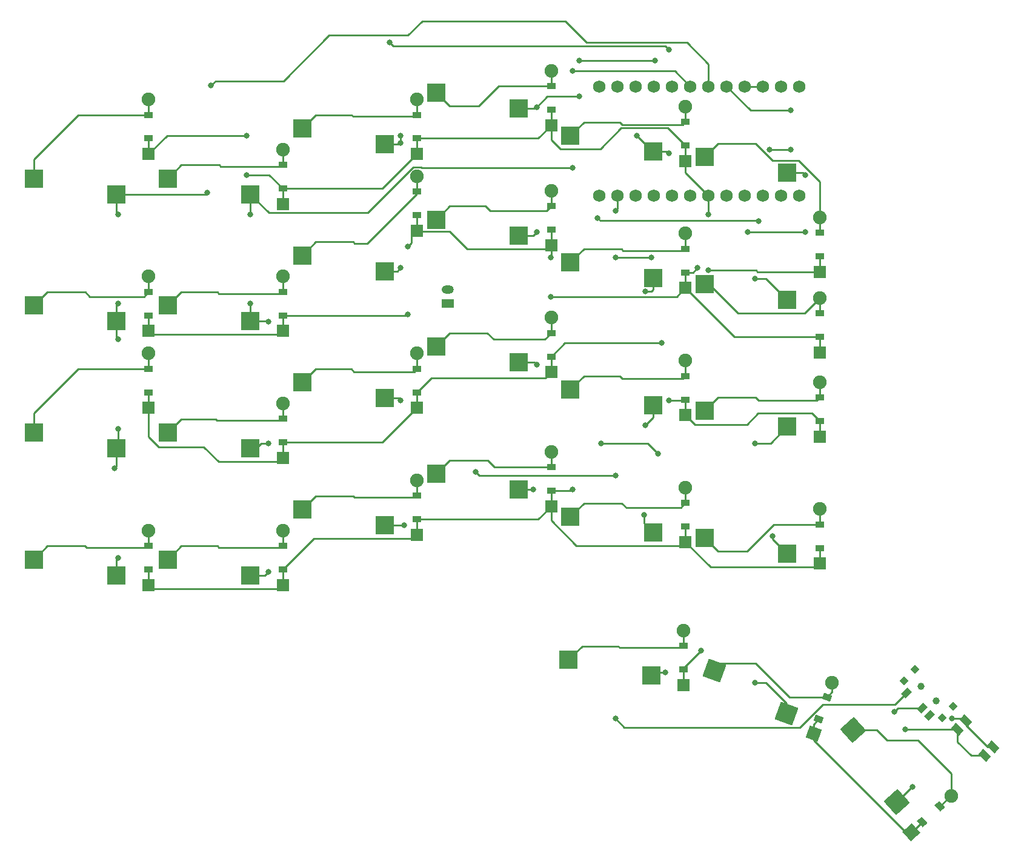
<source format=gbr>
%TF.GenerationSoftware,KiCad,Pcbnew,8.0.7*%
%TF.CreationDate,2024-12-27T12:49:26-06:00*%
%TF.ProjectId,left,6c656674-2e6b-4696-9361-645f70636258,v1.0.0*%
%TF.SameCoordinates,Original*%
%TF.FileFunction,Copper,L2,Bot*%
%TF.FilePolarity,Positive*%
%FSLAX46Y46*%
G04 Gerber Fmt 4.6, Leading zero omitted, Abs format (unit mm)*
G04 Created by KiCad (PCBNEW 8.0.7) date 2024-12-27 12:49:26*
%MOMM*%
%LPD*%
G01*
G04 APERTURE LIST*
G04 Aperture macros list*
%AMRotRect*
0 Rectangle, with rotation*
0 The origin of the aperture is its center*
0 $1 length*
0 $2 width*
0 $3 Rotation angle, in degrees counterclockwise*
0 Add horizontal line*
21,1,$1,$2,0,0,$3*%
G04 Aperture macros list end*
%TA.AperFunction,SMDPad,CuDef*%
%ADD10RotRect,0.900000X0.900000X316.000000*%
%TD*%
%TA.AperFunction,WasherPad*%
%ADD11C,1.000000*%
%TD*%
%TA.AperFunction,SMDPad,CuDef*%
%ADD12RotRect,0.900000X1.250000X316.000000*%
%TD*%
%TA.AperFunction,ComponentPad*%
%ADD13R,1.778000X1.778000*%
%TD*%
%TA.AperFunction,SMDPad,CuDef*%
%ADD14R,1.200000X0.900000*%
%TD*%
%TA.AperFunction,ComponentPad*%
%ADD15C,1.905000*%
%TD*%
%TA.AperFunction,SMDPad,CuDef*%
%ADD16R,2.600000X2.600000*%
%TD*%
%TA.AperFunction,ComponentPad*%
%ADD17C,1.752600*%
%TD*%
%TA.AperFunction,ComponentPad*%
%ADD18RotRect,1.778000X1.778000X42.000000*%
%TD*%
%TA.AperFunction,SMDPad,CuDef*%
%ADD19RotRect,0.900000X1.200000X42.000000*%
%TD*%
%TA.AperFunction,SMDPad,CuDef*%
%ADD20RotRect,1.550000X1.000000X316.000000*%
%TD*%
%TA.AperFunction,SMDPad,CuDef*%
%ADD21RotRect,2.600000X2.600000X160.000000*%
%TD*%
%TA.AperFunction,ComponentPad*%
%ADD22R,1.700000X1.200000*%
%TD*%
%TA.AperFunction,ComponentPad*%
%ADD23O,1.700000X1.200000*%
%TD*%
%TA.AperFunction,SMDPad,CuDef*%
%ADD24RotRect,2.600000X2.600000X132.000000*%
%TD*%
%TA.AperFunction,ComponentPad*%
%ADD25RotRect,1.778000X1.778000X70.000000*%
%TD*%
%TA.AperFunction,SMDPad,CuDef*%
%ADD26RotRect,0.900000X1.200000X70.000000*%
%TD*%
%TA.AperFunction,ViaPad*%
%ADD27C,0.800000*%
%TD*%
%TA.AperFunction,Conductor*%
%ADD28C,0.250000*%
%TD*%
G04 APERTURE END LIST*
D10*
%TO.P,T1,*%
%TO.N,*%
X214859089Y-169124410D03*
X213330841Y-170706958D03*
D11*
X215677512Y-171443932D03*
X217835532Y-173527908D03*
D10*
X220182203Y-174264882D03*
X218653955Y-175847430D03*
D12*
%TO.P,T1,1*%
%TO.N,pos*%
X213696591Y-172415569D03*
%TO.P,T1,2*%
%TO.N,RAW*%
X215854611Y-174499544D03*
%TO.P,T1,3*%
%TO.N,N/C*%
X216933620Y-175541531D03*
%TD*%
D13*
%TO.P,D13,1*%
%TO.N,P115*%
X182800000Y-133560000D03*
D14*
X182800000Y-131400000D03*
%TO.P,D13,2*%
%TO.N,fifth_bottom*%
X182800000Y-128100000D03*
D15*
X182800000Y-125940000D03*
%TD*%
D16*
%TO.P,S19,1*%
%TO.N,P011*%
X178275000Y-114450000D03*
%TO.P,S19,2*%
%TO.N,fifth_home*%
X166725000Y-112250000D03*
%TD*%
D13*
%TO.P,D14,1*%
%TO.N,P002*%
X182800000Y-115810000D03*
D14*
X182800000Y-113650000D03*
%TO.P,D14,2*%
%TO.N,fifth_home*%
X182800000Y-110350000D03*
D15*
X182800000Y-108190000D03*
%TD*%
D16*
%TO.P,S13,1*%
%TO.N,P100*%
X159525000Y-143950000D03*
%TO.P,S13,2*%
%TO.N,fourth_mod*%
X147975000Y-141750000D03*
%TD*%
D13*
%TO.P,D25,1*%
%TO.N,P002*%
X145300000Y-107810000D03*
D14*
X145300000Y-105650000D03*
%TO.P,D25,2*%
%TO.N,third_home*%
X145300000Y-102350000D03*
D15*
X145300000Y-100190000D03*
%TD*%
D16*
%TO.P,S18,1*%
%TO.N,P011*%
X178275000Y-132200000D03*
%TO.P,S18,2*%
%TO.N,fifth_bottom*%
X166725000Y-130000000D03*
%TD*%
D17*
%TO.P,MCU1,1*%
%TO.N,P006*%
X198720000Y-87630000D03*
%TO.P,MCU1,2*%
%TO.N,P008*%
X196180000Y-87630000D03*
%TO.P,MCU1,3*%
%TO.N,GND*%
X193640000Y-87630000D03*
%TO.P,MCU1,4*%
X191100000Y-87630000D03*
%TO.P,MCU1,5*%
%TO.N,P017*%
X188560000Y-87630000D03*
%TO.P,MCU1,6*%
%TO.N,P020*%
X186020000Y-87630000D03*
%TO.P,MCU1,7*%
%TO.N,P022*%
X183480000Y-87630000D03*
%TO.P,MCU1,8*%
%TO.N,P024*%
X180940000Y-87630000D03*
%TO.P,MCU1,9*%
%TO.N,P100*%
X178400000Y-87630000D03*
%TO.P,MCU1,10*%
%TO.N,P011*%
X175860000Y-87630000D03*
%TO.P,MCU1,11*%
%TO.N,P104*%
X173320000Y-87630000D03*
%TO.P,MCU1,12*%
%TO.N,P106*%
X170780000Y-87630000D03*
%TO.P,MCU1,13*%
%TO.N,P009*%
X170780000Y-102870000D03*
%TO.P,MCU1,14*%
%TO.N,P010*%
X173320000Y-102870000D03*
%TO.P,MCU1,15*%
%TO.N,P111*%
X175860000Y-102870000D03*
%TO.P,MCU1,16*%
%TO.N,P113*%
X178400000Y-102870000D03*
%TO.P,MCU1,17*%
%TO.N,P115*%
X180940000Y-102870000D03*
%TO.P,MCU1,18*%
%TO.N,P002*%
X183480000Y-102870000D03*
%TO.P,MCU1,19*%
%TO.N,P029*%
X186020000Y-102870000D03*
%TO.P,MCU1,20*%
%TO.N,P031*%
X188560000Y-102870000D03*
%TO.P,MCU1,21*%
%TO.N,VCC*%
X191100000Y-102870000D03*
%TO.P,MCU1,22*%
%TO.N,RST*%
X193640000Y-102870000D03*
%TO.P,MCU1,23*%
%TO.N,GND*%
X196180000Y-102870000D03*
%TO.P,MCU1,24*%
%TO.N,RAW*%
X198720000Y-102870000D03*
%TD*%
D16*
%TO.P,S1,1*%
%TO.N,P020*%
X103275000Y-155950000D03*
%TO.P,S1,2*%
%TO.N,first_mod*%
X91725000Y-153750000D03*
%TD*%
%TO.P,S9,1*%
%TO.N,P024*%
X140775000Y-148950000D03*
%TO.P,S9,2*%
%TO.N,third_mod*%
X129225000Y-146750000D03*
%TD*%
D13*
%TO.P,D27,1*%
%TO.N,P029*%
X164050000Y-93060000D03*
D14*
X164050000Y-90900000D03*
%TO.P,D27,2*%
%TO.N,fourth_top*%
X164050000Y-87600000D03*
D15*
X164050000Y-85440000D03*
%TD*%
D16*
%TO.P,S10,1*%
%TO.N,P024*%
X140775000Y-131200000D03*
%TO.P,S10,2*%
%TO.N,third_bottom*%
X129225000Y-129000000D03*
%TD*%
%TO.P,S14,1*%
%TO.N,P100*%
X159525000Y-126200000D03*
%TO.P,S14,2*%
%TO.N,fourth_bottom*%
X147975000Y-124000000D03*
%TD*%
D13*
%TO.P,D1,1*%
%TO.N,P113*%
X107800000Y-157310000D03*
D14*
X107800000Y-155150000D03*
%TO.P,D1,2*%
%TO.N,first_mod*%
X107800000Y-151850000D03*
D15*
X107800000Y-149690000D03*
%TD*%
D16*
%TO.P,S12,1*%
%TO.N,P024*%
X140775000Y-95700000D03*
%TO.P,S12,2*%
%TO.N,third_top*%
X129225000Y-93500000D03*
%TD*%
%TO.P,S20,1*%
%TO.N,P011*%
X178275000Y-96700000D03*
%TO.P,S20,2*%
%TO.N,fifth_top*%
X166725000Y-94500000D03*
%TD*%
%TO.P,S8,1*%
%TO.N,P022*%
X122025000Y-102700000D03*
%TO.P,S8,2*%
%TO.N,second_top*%
X110475000Y-100500000D03*
%TD*%
%TO.P,S24,1*%
%TO.N,P017*%
X197025000Y-99700000D03*
%TO.P,S24,2*%
%TO.N,sixth_top*%
X185475000Y-97500000D03*
%TD*%
D13*
%TO.P,D12,1*%
%TO.N,P113*%
X182800000Y-151310000D03*
D14*
X182800000Y-149150000D03*
%TO.P,D12,2*%
%TO.N,fifth_mod*%
X182800000Y-145850000D03*
D15*
X182800000Y-143690000D03*
%TD*%
D16*
%TO.P,S23,1*%
%TO.N,P017*%
X197025000Y-117450000D03*
%TO.P,S23,2*%
%TO.N,sixth_home*%
X185475000Y-115250000D03*
%TD*%
D13*
%TO.P,D11,1*%
%TO.N,P002*%
X164050000Y-109810000D03*
D14*
X164050000Y-107650000D03*
%TO.P,D11,2*%
%TO.N,fourth_home*%
X164050000Y-104350000D03*
D15*
X164050000Y-102190000D03*
%TD*%
D13*
%TO.P,D15,1*%
%TO.N,P029*%
X182800000Y-98060000D03*
D14*
X182800000Y-95900000D03*
%TO.P,D15,2*%
%TO.N,fifth_top*%
X182800000Y-92600000D03*
D15*
X182800000Y-90440000D03*
%TD*%
D18*
%TO.P,D20,1*%
%TO.N,P031*%
X214315419Y-191907998D03*
D19*
X215920612Y-190462676D03*
%TO.P,D20,2*%
%TO.N,far_thumb*%
X218372990Y-188254544D03*
D15*
X219978183Y-186809222D03*
%TD*%
D13*
%TO.P,D22,1*%
%TO.N,P002*%
X201550000Y-124810000D03*
D14*
X201550000Y-122650000D03*
%TO.P,D22,2*%
%TO.N,sixth_home*%
X201550000Y-119350000D03*
D15*
X201550000Y-117190000D03*
%TD*%
D16*
%TO.P,S21,1*%
%TO.N,P017*%
X197025000Y-152950000D03*
%TO.P,S21,2*%
%TO.N,sixth_mod*%
X185475000Y-150750000D03*
%TD*%
D13*
%TO.P,D18,1*%
%TO.N,P031*%
X182550000Y-171310000D03*
D14*
X182550000Y-169150000D03*
%TO.P,D18,2*%
%TO.N,near_thumb*%
X182550000Y-165850000D03*
D15*
X182550000Y-163690000D03*
%TD*%
D16*
%TO.P,S5,1*%
%TO.N,P022*%
X122025000Y-155950000D03*
%TO.P,S5,2*%
%TO.N,second_mod*%
X110475000Y-153750000D03*
%TD*%
%TO.P,S15,1*%
%TO.N,P100*%
X159525000Y-108450000D03*
%TO.P,S15,2*%
%TO.N,fourth_home*%
X147975000Y-106250000D03*
%TD*%
%TO.P,S22,1*%
%TO.N,P017*%
X197025000Y-135200000D03*
%TO.P,S22,2*%
%TO.N,sixth_bottom*%
X185475000Y-133000000D03*
%TD*%
%TO.P,S7,1*%
%TO.N,P022*%
X122025000Y-120450000D03*
%TO.P,S7,2*%
%TO.N,second_home*%
X110475000Y-118250000D03*
%TD*%
%TO.P,S6,1*%
%TO.N,P022*%
X122025000Y-138200000D03*
%TO.P,S6,2*%
%TO.N,second_bottom*%
X110475000Y-136000000D03*
%TD*%
D13*
%TO.P,D24,1*%
%TO.N,P029*%
X107800000Y-97060000D03*
D14*
X107800000Y-94900000D03*
%TO.P,D24,2*%
%TO.N,first_top*%
X107800000Y-91600000D03*
D15*
X107800000Y-89440000D03*
%TD*%
D13*
%TO.P,D9,1*%
%TO.N,P029*%
X145300000Y-97060000D03*
D14*
X145300000Y-94900000D03*
%TO.P,D9,2*%
%TO.N,third_top*%
X145300000Y-91600000D03*
D15*
X145300000Y-89440000D03*
%TD*%
D20*
%TO.P,B1,1*%
%TO.N,GND*%
X222001092Y-176270915D03*
X225777626Y-179917871D03*
%TO.P,B1,2*%
%TO.N,RST*%
X220820172Y-177493793D03*
X224596706Y-181140749D03*
%TD*%
D13*
%TO.P,D4,1*%
%TO.N,P115*%
X126550000Y-139560000D03*
D14*
X126550000Y-137400000D03*
%TO.P,D4,2*%
%TO.N,second_bottom*%
X126550000Y-134100000D03*
D15*
X126550000Y-131940000D03*
%TD*%
D16*
%TO.P,S2,1*%
%TO.N,P020*%
X103275000Y-138200000D03*
%TO.P,S2,2*%
%TO.N,first_bottom*%
X91725000Y-136000000D03*
%TD*%
D13*
%TO.P,D3,1*%
%TO.N,P113*%
X126550000Y-157310000D03*
D14*
X126550000Y-155150000D03*
%TO.P,D3,2*%
%TO.N,second_mod*%
X126550000Y-151850000D03*
D15*
X126550000Y-149690000D03*
%TD*%
D16*
%TO.P,S25,1*%
%TO.N,P010*%
X178025000Y-169950000D03*
%TO.P,S25,2*%
%TO.N,near_thumb*%
X166475000Y-167750000D03*
%TD*%
D13*
%TO.P,D16,1*%
%TO.N,P113*%
X201550000Y-154310000D03*
D14*
X201550000Y-152150000D03*
%TO.P,D16,2*%
%TO.N,sixth_mod*%
X201550000Y-148850000D03*
D15*
X201550000Y-146690000D03*
%TD*%
D13*
%TO.P,D17,1*%
%TO.N,P115*%
X201550000Y-136560000D03*
D14*
X201550000Y-134400000D03*
%TO.P,D17,2*%
%TO.N,sixth_bottom*%
X201550000Y-131100000D03*
D15*
X201550000Y-128940000D03*
%TD*%
D21*
%TO.P,S26,1*%
%TO.N,P111*%
X196912043Y-175272790D03*
%TO.P,S26,2*%
%TO.N,home_thumb*%
X186811038Y-169255134D03*
%TD*%
D16*
%TO.P,S3,1*%
%TO.N,P020*%
X103275000Y-120450000D03*
%TO.P,S3,2*%
%TO.N,first_home*%
X91725000Y-118250000D03*
%TD*%
D13*
%TO.P,D26,1*%
%TO.N,P113*%
X164050000Y-146310000D03*
D14*
X164050000Y-144150000D03*
%TO.P,D26,2*%
%TO.N,fourth_mod*%
X164050000Y-140850000D03*
D15*
X164050000Y-138690000D03*
%TD*%
D22*
%TO.P,JST1,1*%
%TO.N,pos*%
X149550000Y-118000000D03*
D23*
%TO.P,JST1,2*%
%TO.N,GND*%
X149550000Y-116000000D03*
%TD*%
D13*
%TO.P,D23,1*%
%TO.N,P115*%
X107800000Y-132560000D03*
D14*
X107800000Y-130400000D03*
%TO.P,D23,2*%
%TO.N,first_bottom*%
X107800000Y-127100000D03*
D15*
X107800000Y-124940000D03*
%TD*%
D16*
%TO.P,S17,1*%
%TO.N,P011*%
X178275000Y-149950000D03*
%TO.P,S17,2*%
%TO.N,fifth_mod*%
X166725000Y-147750000D03*
%TD*%
D13*
%TO.P,D21,1*%
%TO.N,P029*%
X201550000Y-113560000D03*
D14*
X201550000Y-111400000D03*
%TO.P,D21,2*%
%TO.N,sixth_top*%
X201550000Y-108100000D03*
D15*
X201550000Y-105940000D03*
%TD*%
D13*
%TO.P,D8,1*%
%TO.N,P115*%
X145300000Y-132560000D03*
D14*
X145300000Y-130400000D03*
%TO.P,D8,2*%
%TO.N,third_bottom*%
X145300000Y-127100000D03*
D15*
X145300000Y-124940000D03*
%TD*%
D13*
%TO.P,D7,1*%
%TO.N,P113*%
X145300000Y-150310000D03*
D14*
X145300000Y-148150000D03*
%TO.P,D7,2*%
%TO.N,third_mod*%
X145300000Y-144850000D03*
D15*
X145300000Y-142690000D03*
%TD*%
D24*
%TO.P,S27,1*%
%TO.N,P009*%
X212298280Y-187635249D03*
%TO.P,S27,2*%
%TO.N,far_thumb*%
X206204740Y-177579839D03*
%TD*%
D13*
%TO.P,D10,1*%
%TO.N,P115*%
X164050000Y-127560000D03*
D14*
X164050000Y-125400000D03*
%TO.P,D10,2*%
%TO.N,fourth_bottom*%
X164050000Y-122100000D03*
D15*
X164050000Y-119940000D03*
%TD*%
D16*
%TO.P,S11,1*%
%TO.N,P024*%
X140775000Y-113450000D03*
%TO.P,S11,2*%
%TO.N,third_home*%
X129225000Y-111250000D03*
%TD*%
D13*
%TO.P,D5,1*%
%TO.N,P002*%
X126550000Y-121810000D03*
D14*
X126550000Y-119650000D03*
%TO.P,D5,2*%
%TO.N,second_home*%
X126550000Y-116350000D03*
D15*
X126550000Y-114190000D03*
%TD*%
D16*
%TO.P,S4,1*%
%TO.N,P020*%
X103275000Y-102700000D03*
%TO.P,S4,2*%
%TO.N,first_top*%
X91725000Y-100500000D03*
%TD*%
D25*
%TO.P,D19,1*%
%TO.N,P031*%
X200699005Y-178098413D03*
D26*
X201437769Y-176068677D03*
%TO.P,D19,2*%
%TO.N,home_thumb*%
X202566435Y-172967691D03*
D15*
X203305199Y-170937955D03*
%TD*%
D13*
%TO.P,D6,1*%
%TO.N,P029*%
X126550000Y-104060000D03*
D14*
X126550000Y-101900000D03*
%TO.P,D6,2*%
%TO.N,second_top*%
X126550000Y-98600000D03*
D15*
X126550000Y-96440000D03*
%TD*%
D16*
%TO.P,S16,1*%
%TO.N,P100*%
X159525000Y-90700000D03*
%TO.P,S16,2*%
%TO.N,fourth_top*%
X147975000Y-88500000D03*
%TD*%
D13*
%TO.P,D2,1*%
%TO.N,P002*%
X107800000Y-121810000D03*
D14*
X107800000Y-119650000D03*
%TO.P,D2,2*%
%TO.N,first_home*%
X107800000Y-116350000D03*
D15*
X107800000Y-114190000D03*
%TD*%
D27*
%TO.N,P020*%
X116000000Y-102500000D03*
X103500000Y-105500000D03*
X103000000Y-141000000D03*
X103500000Y-153500000D03*
X103500000Y-118000000D03*
X103500000Y-123000000D03*
X103500000Y-135500000D03*
X116500000Y-87500000D03*
%TO.N,P022*%
X124500000Y-137500000D03*
X167000000Y-99000000D03*
X167000000Y-85500000D03*
X124500000Y-155500000D03*
X122000000Y-105500000D03*
X124500000Y-120500000D03*
X122000000Y-118000000D03*
%TO.N,P024*%
X143000000Y-131500000D03*
X143000000Y-94500000D03*
X143000000Y-95500000D03*
X143000000Y-113000000D03*
X141500000Y-81500000D03*
X143500000Y-149000000D03*
X180500000Y-82500000D03*
%TO.N,P100*%
X162000000Y-90500000D03*
X161500000Y-144000000D03*
X168000000Y-89000000D03*
X162000000Y-108000000D03*
X162000000Y-126500000D03*
X178500000Y-84000000D03*
X168000000Y-84000000D03*
%TO.N,P011*%
X177198700Y-116275000D03*
X180500000Y-97000000D03*
X176000000Y-94500000D03*
X177000000Y-147500000D03*
X177198700Y-135000000D03*
%TO.N,P017*%
X192500000Y-137500000D03*
X192500000Y-114500000D03*
X199500000Y-108000000D03*
X191500000Y-108000000D03*
X199500000Y-100000000D03*
X195000000Y-150500000D03*
X197500000Y-91000000D03*
%TO.N,P010*%
X173000000Y-105000000D03*
X180000000Y-169500000D03*
X171000000Y-137500000D03*
X179000000Y-139000000D03*
%TO.N,P111*%
X192500000Y-171000000D03*
%TO.N,P009*%
X170500000Y-106000000D03*
X193000000Y-106500000D03*
X214500000Y-185500000D03*
%TO.N,P113*%
X167000000Y-144000000D03*
X178000000Y-111500000D03*
X173000000Y-111500000D03*
%TO.N,P002*%
X164000000Y-111500000D03*
X144000000Y-119500000D03*
X144000000Y-110000000D03*
X164000000Y-117000000D03*
X184500000Y-113000000D03*
%TO.N,P115*%
X179500000Y-123500000D03*
X180500000Y-131500000D03*
%TO.N,P029*%
X186000000Y-105500000D03*
X186000000Y-113349998D03*
X121500000Y-100000000D03*
X121500000Y-94500000D03*
%TO.N,P031*%
X185000000Y-166500000D03*
%TO.N,RAW*%
X212000000Y-175000000D03*
%TO.N,GND*%
X220000000Y-176000000D03*
%TO.N,RST*%
X197500000Y-96500000D03*
X213500000Y-177500000D03*
X194512653Y-96487347D03*
%TO.N,pos*%
X173000000Y-176000000D03*
X153500000Y-141500000D03*
X173000000Y-142000000D03*
%TD*%
D28*
%TO.N,P020*%
X183000000Y-81500000D02*
X186020000Y-84520000D01*
X146000000Y-78500000D02*
X166000000Y-78500000D01*
X115800000Y-102700000D02*
X116000000Y-102500000D01*
X103275000Y-140725000D02*
X103000000Y-141000000D01*
X166000000Y-78500000D02*
X169000000Y-81500000D01*
X103275000Y-118225000D02*
X103275000Y-120450000D01*
X103275000Y-138200000D02*
X103275000Y-140725000D01*
X103500000Y-135500000D02*
X103500000Y-137975000D01*
X103275000Y-102700000D02*
X103275000Y-105275000D01*
X186020000Y-84520000D02*
X186020000Y-87630000D01*
X133000000Y-80500000D02*
X144000000Y-80500000D01*
X169000000Y-81500000D02*
X183000000Y-81500000D01*
X117125000Y-86875000D02*
X126625000Y-86875000D01*
X103500000Y-153500000D02*
X103275000Y-153725000D01*
X126625000Y-86875000D02*
X133000000Y-80500000D01*
X103275000Y-102700000D02*
X115800000Y-102700000D01*
X103275000Y-105275000D02*
X103500000Y-105500000D01*
X144000000Y-80500000D02*
X146000000Y-78500000D01*
X103500000Y-118000000D02*
X103275000Y-118225000D01*
X103500000Y-137975000D02*
X103275000Y-138200000D01*
X116500000Y-87500000D02*
X117125000Y-86875000D01*
X103275000Y-122775000D02*
X103500000Y-123000000D01*
X103275000Y-120450000D02*
X103275000Y-122775000D01*
X103275000Y-153725000D02*
X103275000Y-155950000D01*
%TO.N,first_mod*%
X107560500Y-152089500D02*
X107800000Y-151850000D01*
X98875000Y-151875000D02*
X99089500Y-152089500D01*
X91725000Y-153775000D02*
X93625000Y-151875000D01*
X93625000Y-151875000D02*
X98875000Y-151875000D01*
X107800000Y-151850000D02*
X107800000Y-149690000D01*
X91725000Y-153750000D02*
X91725000Y-153775000D01*
X99089500Y-152089500D02*
X107560500Y-152089500D01*
%TO.N,first_bottom*%
X97916316Y-127100000D02*
X107800000Y-127100000D01*
X91725000Y-133291316D02*
X97916316Y-127100000D01*
X91725000Y-136000000D02*
X91725000Y-133291316D01*
X107800000Y-127100000D02*
X107800000Y-124940000D01*
%TO.N,first_home*%
X98920001Y-116375000D02*
X99545001Y-117000000D01*
X93600000Y-116375000D02*
X98920001Y-116375000D01*
X99545001Y-117000000D02*
X107150000Y-117000000D01*
X107150000Y-117000000D02*
X107800000Y-116350000D01*
X91725000Y-118250000D02*
X93600000Y-116375000D01*
X107800000Y-114190000D02*
X107800000Y-116350000D01*
%TO.N,first_top*%
X91725000Y-97791316D02*
X97916316Y-91600000D01*
X107800000Y-91600000D02*
X107800000Y-89440000D01*
X97916316Y-91600000D02*
X107800000Y-91600000D01*
X91725000Y-100500000D02*
X91725000Y-97791316D01*
%TO.N,P022*%
X122025000Y-102700000D02*
X124599000Y-105274000D01*
X122025000Y-120450000D02*
X124450000Y-120450000D01*
X138409342Y-105274000D02*
X144770842Y-98912500D01*
X124450000Y-120450000D02*
X124500000Y-120500000D01*
X122000000Y-120425000D02*
X122025000Y-120450000D01*
X145916658Y-99000000D02*
X167000000Y-99000000D01*
X145829158Y-98912500D02*
X145916658Y-99000000D01*
X124500000Y-137500000D02*
X123500000Y-137500000D01*
X124599000Y-105274000D02*
X138409342Y-105274000D01*
X144770842Y-98912500D02*
X145829158Y-98912500D01*
X122800000Y-138200000D02*
X122025000Y-138200000D01*
X122025000Y-105475000D02*
X122000000Y-105500000D01*
X167000000Y-85500000D02*
X181350000Y-85500000D01*
X123500000Y-137500000D02*
X122800000Y-138200000D01*
X181350000Y-85500000D02*
X183480000Y-87630000D01*
X124500000Y-155500000D02*
X124050000Y-155950000D01*
X122025000Y-102700000D02*
X122025000Y-105475000D01*
X122000000Y-118000000D02*
X122000000Y-120425000D01*
X124050000Y-155950000D02*
X122025000Y-155950000D01*
%TO.N,second_mod*%
X126310500Y-152089500D02*
X126550000Y-151850000D01*
X117589500Y-152089500D02*
X126310500Y-152089500D01*
X126550000Y-151850000D02*
X126550000Y-149690000D01*
X117375000Y-151875000D02*
X117589500Y-152089500D01*
X112350000Y-151875000D02*
X117375000Y-151875000D01*
X110475000Y-153750000D02*
X112350000Y-151875000D01*
%TO.N,second_bottom*%
X117339500Y-134339500D02*
X126310500Y-134339500D01*
X126550000Y-134100000D02*
X126550000Y-131940000D01*
X126310500Y-134339500D02*
X126550000Y-134100000D01*
X112350000Y-134125000D02*
X117125000Y-134125000D01*
X117125000Y-134125000D02*
X117339500Y-134339500D01*
X110475000Y-136000000D02*
X112350000Y-134125000D01*
%TO.N,second_home*%
X117589500Y-116589500D02*
X126310500Y-116589500D01*
X110475000Y-118250000D02*
X112350000Y-116375000D01*
X126310500Y-116589500D02*
X126550000Y-116350000D01*
X112350000Y-116375000D02*
X117375000Y-116375000D01*
X117375000Y-116375000D02*
X117589500Y-116589500D01*
X126550000Y-116350000D02*
X126550000Y-114190000D01*
%TO.N,second_top*%
X112350000Y-98625000D02*
X117625000Y-98625000D01*
X117625000Y-98625000D02*
X117839500Y-98839500D01*
X126310500Y-98839500D02*
X126550000Y-98600000D01*
X110475000Y-100500000D02*
X112350000Y-98625000D01*
X126550000Y-98600000D02*
X126550000Y-96440000D01*
X117839500Y-98839500D02*
X126310500Y-98839500D01*
%TO.N,P024*%
X140775000Y-148950000D02*
X143450000Y-148950000D01*
X142800000Y-95700000D02*
X143000000Y-95500000D01*
X143450000Y-148950000D02*
X143500000Y-149000000D01*
X142700000Y-131200000D02*
X143000000Y-131500000D01*
X140775000Y-95700000D02*
X142800000Y-95700000D01*
X142550000Y-113450000D02*
X143000000Y-113000000D01*
X179950000Y-81950000D02*
X180500000Y-82500000D01*
X141950000Y-81950000D02*
X179950000Y-81950000D01*
X141500000Y-81500000D02*
X141950000Y-81950000D01*
X143000000Y-95500000D02*
X143000000Y-94500000D01*
X140775000Y-131200000D02*
X142700000Y-131200000D01*
X140775000Y-113450000D02*
X142550000Y-113450000D01*
%TO.N,third_mod*%
X145300000Y-144850000D02*
X145300000Y-142690000D01*
X145060500Y-145089500D02*
X145300000Y-144850000D01*
X131100000Y-144875000D02*
X136375000Y-144875000D01*
X129225000Y-146750000D02*
X131100000Y-144875000D01*
X136375000Y-144875000D02*
X136589500Y-145089500D01*
X136589500Y-145089500D02*
X145060500Y-145089500D01*
%TO.N,third_bottom*%
X136500000Y-127500000D02*
X144900000Y-127500000D01*
X145300000Y-127100000D02*
X145300000Y-124940000D01*
X131100000Y-127125000D02*
X136125000Y-127125000D01*
X129225000Y-129000000D02*
X131100000Y-127125000D01*
X144900000Y-127500000D02*
X145300000Y-127100000D01*
X136125000Y-127125000D02*
X136500000Y-127500000D01*
%TO.N,third_home*%
X136375000Y-109375000D02*
X136589500Y-109589500D01*
X145300000Y-102350000D02*
X145300000Y-100190000D01*
X129225000Y-111250000D02*
X131100000Y-109375000D01*
X138365499Y-109589500D02*
X145300000Y-102654999D01*
X136589500Y-109589500D02*
X138365499Y-109589500D01*
X131100000Y-109375000D02*
X136375000Y-109375000D01*
X145300000Y-102654999D02*
X145300000Y-102350000D01*
%TO.N,third_top*%
X145300000Y-91600000D02*
X145300000Y-89440000D01*
X129225000Y-93500000D02*
X131100000Y-91625000D01*
X131100000Y-91625000D02*
X136125000Y-91625000D01*
X136125000Y-91625000D02*
X136339500Y-91839500D01*
X136339500Y-91839500D02*
X145060500Y-91839500D01*
X145060500Y-91839500D02*
X145300000Y-91600000D01*
%TO.N,P100*%
X159525000Y-108450000D02*
X161550000Y-108450000D01*
X161550000Y-108450000D02*
X162000000Y-108000000D01*
X159525000Y-126200000D02*
X161700000Y-126200000D01*
X161800000Y-90700000D02*
X162000000Y-90500000D01*
X168000000Y-84000000D02*
X178500000Y-84000000D01*
X159525000Y-143950000D02*
X161450000Y-143950000D01*
X163500000Y-89000000D02*
X168000000Y-89000000D01*
X161450000Y-143950000D02*
X161500000Y-144000000D01*
X161700000Y-126200000D02*
X162000000Y-126500000D01*
X159525000Y-90700000D02*
X161800000Y-90700000D01*
X162000000Y-90500000D02*
X163500000Y-89000000D01*
%TO.N,fourth_mod*%
X155170001Y-139875000D02*
X156145001Y-140850000D01*
X149850000Y-139875000D02*
X155170001Y-139875000D01*
X147975000Y-141750000D02*
X149850000Y-139875000D01*
X156145001Y-140850000D02*
X164050000Y-140850000D01*
X164050000Y-140850000D02*
X164050000Y-138690000D01*
%TO.N,fourth_bottom*%
X156000000Y-123000000D02*
X163150000Y-123000000D01*
X149850000Y-122125000D02*
X155125000Y-122125000D01*
X155125000Y-122125000D02*
X156000000Y-123000000D01*
X147975000Y-124000000D02*
X149850000Y-122125000D01*
X163150000Y-123000000D02*
X164050000Y-122100000D01*
X164050000Y-122100000D02*
X164050000Y-119940000D01*
%TO.N,fourth_home*%
X154875000Y-104375000D02*
X155500000Y-105000000D01*
X155500000Y-105000000D02*
X163400000Y-105000000D01*
X147975000Y-106250000D02*
X149850000Y-104375000D01*
X164050000Y-104350000D02*
X164050000Y-102190000D01*
X149850000Y-104375000D02*
X154875000Y-104375000D01*
X163400000Y-105000000D02*
X164050000Y-104350000D01*
%TO.N,fourth_top*%
X156698350Y-87600000D02*
X164050000Y-87600000D01*
X153923350Y-90375000D02*
X156698350Y-87600000D01*
X147975000Y-88500000D02*
X149850000Y-90375000D01*
X164050000Y-87600000D02*
X164050000Y-85440000D01*
X149850000Y-90375000D02*
X153923350Y-90375000D01*
%TO.N,P011*%
X178275000Y-96700000D02*
X178200000Y-96700000D01*
X178275000Y-133923700D02*
X177198700Y-135000000D01*
X177000000Y-147500000D02*
X177000000Y-148675000D01*
X178275000Y-114450000D02*
X178275000Y-116000000D01*
X180200000Y-96700000D02*
X180500000Y-97000000D01*
X178275000Y-116000000D02*
X178000000Y-116275000D01*
X178200000Y-96700000D02*
X176000000Y-94500000D01*
X178275000Y-132200000D02*
X178275000Y-133923700D01*
X177000000Y-148675000D02*
X178275000Y-149950000D01*
X178275000Y-96700000D02*
X180200000Y-96700000D01*
X178000000Y-116275000D02*
X177198700Y-116275000D01*
%TO.N,fifth_mod*%
X182800000Y-145850000D02*
X182800000Y-143690000D01*
X174545001Y-146500000D02*
X182150000Y-146500000D01*
X173920001Y-145875000D02*
X174545001Y-146500000D01*
X166725000Y-147750000D02*
X168600000Y-145875000D01*
X168600000Y-145875000D02*
X173920001Y-145875000D01*
X182150000Y-146500000D02*
X182800000Y-145850000D01*
%TO.N,fifth_bottom*%
X174000000Y-128500000D02*
X182400000Y-128500000D01*
X166725000Y-130000000D02*
X168600000Y-128125000D01*
X182800000Y-128100000D02*
X182800000Y-125940000D01*
X182400000Y-128500000D02*
X182800000Y-128100000D01*
X168600000Y-128125000D02*
X173625000Y-128125000D01*
X173625000Y-128125000D02*
X174000000Y-128500000D01*
%TO.N,fifth_home*%
X182800000Y-110350000D02*
X182800000Y-108190000D01*
X182560500Y-110589500D02*
X182800000Y-110350000D01*
X173875000Y-110375000D02*
X174089500Y-110589500D01*
X174089500Y-110589500D02*
X182560500Y-110589500D01*
X166725000Y-112250000D02*
X168600000Y-110375000D01*
X168600000Y-110375000D02*
X173875000Y-110375000D01*
%TO.N,fifth_top*%
X174000000Y-93000000D02*
X182400000Y-93000000D01*
X182400000Y-93000000D02*
X182800000Y-92600000D01*
X166725000Y-94500000D02*
X168600000Y-92625000D01*
X168600000Y-92625000D02*
X173625000Y-92625000D01*
X182800000Y-92600000D02*
X182800000Y-90440000D01*
X173625000Y-92625000D02*
X174000000Y-93000000D01*
%TO.N,P017*%
X195000000Y-150500000D02*
X195000000Y-150925000D01*
X197025000Y-135200000D02*
X194725000Y-137500000D01*
X199200000Y-99700000D02*
X199500000Y-100000000D01*
X199500000Y-108000000D02*
X191500000Y-108000000D01*
X195000000Y-150925000D02*
X197025000Y-152950000D01*
X197025000Y-99700000D02*
X199200000Y-99700000D01*
X194075000Y-114500000D02*
X192500000Y-114500000D01*
X191930000Y-91000000D02*
X188560000Y-87630000D01*
X194725000Y-137500000D02*
X192500000Y-137500000D01*
X197500000Y-91000000D02*
X191930000Y-91000000D01*
X197025000Y-117450000D02*
X194075000Y-114500000D01*
%TO.N,sixth_mod*%
X191375000Y-152625000D02*
X195150000Y-148850000D01*
X195150000Y-148850000D02*
X201550000Y-148850000D01*
X185475000Y-150750000D02*
X187350000Y-152625000D01*
X187350000Y-152625000D02*
X191375000Y-152625000D01*
X201550000Y-148850000D02*
X201550000Y-146690000D01*
%TO.N,sixth_bottom*%
X187350000Y-131125000D02*
X192625000Y-131125000D01*
X192625000Y-131125000D02*
X193000000Y-131500000D01*
X201550000Y-131100000D02*
X201550000Y-128940000D01*
X193000000Y-131500000D02*
X201150000Y-131500000D01*
X201150000Y-131500000D02*
X201550000Y-131100000D01*
X185475000Y-133000000D02*
X187350000Y-131125000D01*
%TO.N,sixth_home*%
X199415000Y-119325000D02*
X201550000Y-117190000D01*
X185475000Y-115250000D02*
X186098350Y-115250000D01*
X201550000Y-117190000D02*
X201550000Y-119350000D01*
X186098350Y-115250000D02*
X190173350Y-119325000D01*
X190173350Y-119325000D02*
X199415000Y-119325000D01*
%TO.N,sixth_top*%
X187350000Y-95625000D02*
X192625000Y-95625000D01*
X192625000Y-95625000D02*
X195000000Y-98000000D01*
X201550000Y-105940000D02*
X201550000Y-108100000D01*
X201550000Y-100975000D02*
X201550000Y-105940000D01*
X185475000Y-97500000D02*
X187350000Y-95625000D01*
X195000000Y-98000000D02*
X198575000Y-98000000D01*
X198575000Y-98000000D02*
X201550000Y-100975000D01*
%TO.N,P010*%
X171000000Y-137500000D02*
X177500000Y-137500000D01*
X173320000Y-102870000D02*
X173320000Y-104680000D01*
X177500000Y-137500000D02*
X179000000Y-139000000D01*
X173320000Y-104680000D02*
X173000000Y-105000000D01*
X178475000Y-169500000D02*
X178025000Y-169950000D01*
X180000000Y-169500000D02*
X178475000Y-169500000D01*
%TO.N,near_thumb*%
X173375000Y-165875000D02*
X173589500Y-166089500D01*
X166475000Y-167750000D02*
X168350000Y-165875000D01*
X168350000Y-165875000D02*
X173375000Y-165875000D01*
X182310500Y-166089500D02*
X182550000Y-165850000D01*
X182550000Y-165850000D02*
X182550000Y-163690000D01*
X173589500Y-166089500D02*
X182310500Y-166089500D01*
%TO.N,P111*%
X194022684Y-171000000D02*
X192500000Y-171000000D01*
X196912043Y-173889359D02*
X194022684Y-171000000D01*
X196912043Y-175272790D02*
X196912043Y-173889359D01*
%TO.N,home_thumb*%
X203305199Y-170937955D02*
X203305199Y-172228927D01*
X192593934Y-168240866D02*
X197320759Y-172967691D01*
X186811038Y-169255134D02*
X187825306Y-168240866D01*
X203305199Y-172228927D02*
X202566435Y-172967691D01*
X197320759Y-172967691D02*
X202566435Y-172967691D01*
X187825306Y-168240866D02*
X192593934Y-168240866D01*
%TO.N,P009*%
X214433529Y-185500000D02*
X214500000Y-185500000D01*
X170910500Y-106410500D02*
X170500000Y-106000000D01*
X193000000Y-106500000D02*
X192910500Y-106410500D01*
X212298280Y-187635249D02*
X214433529Y-185500000D01*
X192910500Y-106410500D02*
X170910500Y-106410500D01*
%TO.N,far_thumb*%
X219978183Y-183714718D02*
X219978183Y-186809222D01*
X219978183Y-186809222D02*
X219818312Y-186809222D01*
X215263465Y-179000000D02*
X219978183Y-183714718D01*
X219818312Y-186809222D02*
X218372990Y-188254544D01*
X209561700Y-177579839D02*
X210981861Y-179000000D01*
X210981861Y-179000000D02*
X215263465Y-179000000D01*
X206204740Y-177579839D02*
X209561700Y-177579839D01*
%TO.N,P113*%
X108315000Y-157825000D02*
X126035000Y-157825000D01*
X167550000Y-151825000D02*
X182285000Y-151825000D01*
X107800000Y-155150000D02*
X107800000Y-157310000D01*
X145300000Y-148150000D02*
X162210000Y-148150000D01*
X164050000Y-146310000D02*
X164050000Y-144150000D01*
X201550000Y-154310000D02*
X201550000Y-152150000D01*
X144785000Y-150825000D02*
X145300000Y-150310000D01*
X186315000Y-154825000D02*
X201035000Y-154825000D01*
X201035000Y-154825000D02*
X201550000Y-154310000D01*
X166850000Y-144150000D02*
X167000000Y-144000000D01*
X130875000Y-150825000D02*
X144785000Y-150825000D01*
X164050000Y-144150000D02*
X166850000Y-144150000D01*
X164050000Y-146310000D02*
X164050000Y-148325000D01*
X126550000Y-157310000D02*
X126550000Y-155150000D01*
X182285000Y-151825000D02*
X182800000Y-151310000D01*
X182800000Y-151310000D02*
X186315000Y-154825000D01*
X145300000Y-150310000D02*
X145300000Y-148150000D01*
X164050000Y-148325000D02*
X167550000Y-151825000D01*
X173000000Y-111500000D02*
X178000000Y-111500000D01*
X126550000Y-155150000D02*
X130875000Y-150825000D01*
X126035000Y-157825000D02*
X126550000Y-157310000D01*
X162210000Y-148150000D02*
X164050000Y-146310000D01*
X182800000Y-151310000D02*
X182800000Y-149150000D01*
X107800000Y-157310000D02*
X108315000Y-157825000D01*
%TO.N,P002*%
X144500000Y-108610000D02*
X145300000Y-107810000D01*
X126035000Y-122325000D02*
X126550000Y-121810000D01*
X144000000Y-110000000D02*
X144500000Y-109500000D01*
X163535000Y-110325000D02*
X164050000Y-109810000D01*
X108315000Y-122325000D02*
X126035000Y-122325000D01*
X126550000Y-121810000D02*
X126550000Y-119650000D01*
X189640000Y-122650000D02*
X201550000Y-122650000D01*
X152325000Y-110325000D02*
X163535000Y-110325000D01*
X164050000Y-109810000D02*
X164050000Y-107650000D01*
X182800000Y-115810000D02*
X182800000Y-113650000D01*
X164050000Y-109810000D02*
X164050000Y-111450000D01*
X145300000Y-107810000D02*
X145365000Y-107875000D01*
X144500000Y-109500000D02*
X144500000Y-108610000D01*
X143850000Y-119650000D02*
X144000000Y-119500000D01*
X149875000Y-107875000D02*
X152325000Y-110325000D01*
X182800000Y-115810000D02*
X189640000Y-122650000D01*
X145365000Y-107875000D02*
X149875000Y-107875000D01*
X126550000Y-119650000D02*
X143850000Y-119650000D01*
X107800000Y-121810000D02*
X108315000Y-122325000D01*
X181610000Y-117000000D02*
X182800000Y-115810000D01*
X164050000Y-111450000D02*
X164000000Y-111500000D01*
X201550000Y-122650000D02*
X201550000Y-124810000D01*
X107800000Y-119650000D02*
X107800000Y-121810000D01*
X164000000Y-117000000D02*
X181610000Y-117000000D01*
X145300000Y-107810000D02*
X145300000Y-105650000D01*
X182800000Y-113650000D02*
X183850000Y-113650000D01*
X183850000Y-113650000D02*
X184500000Y-113000000D01*
%TO.N,P115*%
X164050000Y-125400000D02*
X165950000Y-123500000D01*
X107800000Y-132560000D02*
X107800000Y-136575000D01*
X115500000Y-138000000D02*
X117575000Y-140075000D01*
X191423350Y-134875000D02*
X192973350Y-133325000D01*
X117575000Y-140075000D02*
X126035000Y-140075000D01*
X165950000Y-123500000D02*
X179500000Y-123500000D01*
X182800000Y-133575000D02*
X184100000Y-134875000D01*
X126035000Y-140075000D02*
X126550000Y-139560000D01*
X182800000Y-133560000D02*
X182800000Y-133575000D01*
X147325000Y-128375000D02*
X163235000Y-128375000D01*
X201550000Y-134400000D02*
X201550000Y-136560000D01*
X107800000Y-136575000D02*
X109225000Y-138000000D01*
X192973350Y-133325000D02*
X200475000Y-133325000D01*
X164050000Y-127560000D02*
X164050000Y-125400000D01*
X180500000Y-131500000D02*
X182700000Y-131500000D01*
X200475000Y-133325000D02*
X201550000Y-134400000D01*
X109225000Y-138000000D02*
X115500000Y-138000000D01*
X107800000Y-130400000D02*
X107800000Y-132560000D01*
X145300000Y-132560000D02*
X145300000Y-130400000D01*
X184100000Y-134875000D02*
X191423350Y-134875000D01*
X126550000Y-139560000D02*
X126550000Y-137400000D01*
X182700000Y-131500000D02*
X182800000Y-131400000D01*
X140460000Y-137400000D02*
X145300000Y-132560000D01*
X126550000Y-137400000D02*
X140460000Y-137400000D01*
X145300000Y-130400000D02*
X147325000Y-128375000D01*
X182800000Y-131400000D02*
X182800000Y-133560000D01*
X163235000Y-128375000D02*
X164050000Y-127560000D01*
%TO.N,P029*%
X173813604Y-93450000D02*
X180350000Y-93450000D01*
X124650000Y-100000000D02*
X126550000Y-101900000D01*
X164050000Y-93060000D02*
X164050000Y-95075000D01*
X164050000Y-93060000D02*
X164050000Y-90900000D01*
X201520500Y-113589500D02*
X201550000Y-113560000D01*
X186020000Y-105480000D02*
X186000000Y-105500000D01*
X192644999Y-113349998D02*
X192884501Y-113589500D01*
X182800000Y-95900000D02*
X182800000Y-98060000D01*
X126550000Y-101900000D02*
X126550000Y-104060000D01*
X162210000Y-94900000D02*
X164050000Y-93060000D01*
X186000000Y-113349998D02*
X192644999Y-113349998D01*
X110360000Y-94500000D02*
X121500000Y-94500000D01*
X182800000Y-98060000D02*
X182800000Y-99650000D01*
X107800000Y-97060000D02*
X110360000Y-94500000D01*
X192884501Y-113589500D02*
X201520500Y-113589500D01*
X107800000Y-94900000D02*
X107800000Y-97060000D01*
X201550000Y-113560000D02*
X201550000Y-111400000D01*
X126550000Y-101900000D02*
X140460000Y-101900000D01*
X182800000Y-99650000D02*
X186020000Y-102870000D01*
X121500000Y-100000000D02*
X124650000Y-100000000D01*
X164050000Y-95075000D02*
X165350000Y-96375000D01*
X170888604Y-96375000D02*
X173813604Y-93450000D01*
X140460000Y-101900000D02*
X145300000Y-97060000D01*
X165350000Y-96375000D02*
X170888604Y-96375000D01*
X186020000Y-102870000D02*
X186020000Y-105480000D01*
X145300000Y-94900000D02*
X162210000Y-94900000D01*
X145300000Y-97060000D02*
X145300000Y-94900000D01*
X180350000Y-93450000D02*
X182800000Y-95900000D01*
%TO.N,P031*%
X200699005Y-178098413D02*
X200699005Y-176807441D01*
X213562536Y-191907998D02*
X214315419Y-191907998D01*
X200699005Y-179044467D02*
X213562536Y-191907998D01*
X182550000Y-168950000D02*
X185000000Y-166500000D01*
X182550000Y-169150000D02*
X182550000Y-171310000D01*
X214315419Y-191907998D02*
X214475290Y-191907998D01*
X200699005Y-176807441D02*
X201437769Y-176068677D01*
X200699005Y-178098413D02*
X200699005Y-179044467D01*
X182550000Y-169150000D02*
X182550000Y-168950000D01*
X214475290Y-191907998D02*
X215920612Y-190462676D01*
%TO.N,RAW*%
X215854611Y-174499544D02*
X212500456Y-174499544D01*
X212500456Y-174499544D02*
X212000000Y-175000000D01*
%TO.N,GND*%
X225777626Y-179917871D02*
X225057847Y-179917871D01*
X222001092Y-176861116D02*
X222001092Y-176270915D01*
X191100000Y-87630000D02*
X193640000Y-87630000D01*
X225057847Y-179917871D02*
X222001092Y-176861116D01*
X221730177Y-176000000D02*
X222001092Y-176270915D01*
X220000000Y-176000000D02*
X221730177Y-176000000D01*
%TO.N,RST*%
X220820172Y-177493793D02*
X220820172Y-179232012D01*
X197500000Y-96500000D02*
X194525306Y-96500000D01*
X213506207Y-177493793D02*
X213500000Y-177500000D01*
X220820172Y-177493793D02*
X213506207Y-177493793D01*
X194525306Y-96500000D02*
X194512653Y-96487347D01*
X222728909Y-181140749D02*
X224596706Y-181140749D01*
X220820172Y-179232012D02*
X222728909Y-181140749D01*
%TO.N,pos*%
X154000000Y-142000000D02*
X173000000Y-142000000D01*
X202008845Y-174000000D02*
X212112160Y-174000000D01*
X174264017Y-177264017D02*
X198744828Y-177264017D01*
X153500000Y-141500000D02*
X154000000Y-142000000D01*
X173000000Y-176000000D02*
X174264017Y-177264017D01*
X198744828Y-177264017D02*
X202008845Y-174000000D01*
X212112160Y-174000000D02*
X213696591Y-172415569D01*
%TD*%
M02*

</source>
